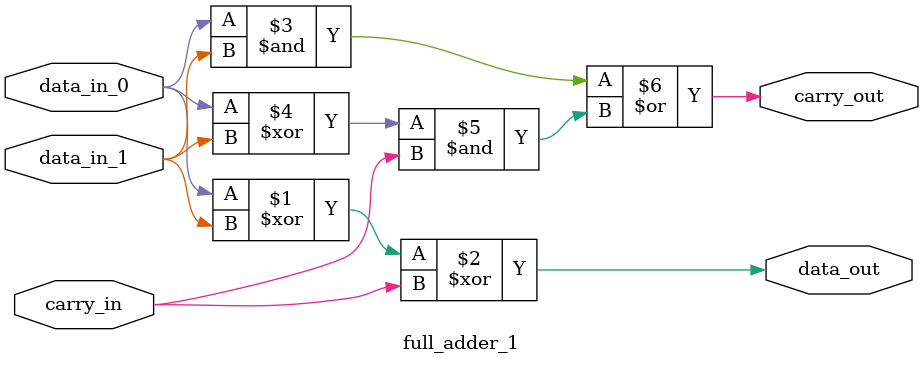
<source format=sv>

module full_adder_1(data_in_0, data_in_1, carry_in, carry_out, data_out);

	/// -----------
	/// Input Ports
	
	input data_in_0 ; // First operand
	input data_in_1 ; // Second operand
	input carry_in  ; // Carry In
	
	/// ------------
	/// Output Ports
	
	output carry_out ; // Carry Out
	output data_out  ; // Operation Result
	
	/// -----------------
	/// Assign Statements
	
	assign data_out  = ((data_in_0 ^ data_in_1) ^ carry_in);
	assign carry_out = (data_in_0 & data_in_1) | ((data_in_0 ^ data_in_1) & carry_in);

endmodule
</source>
